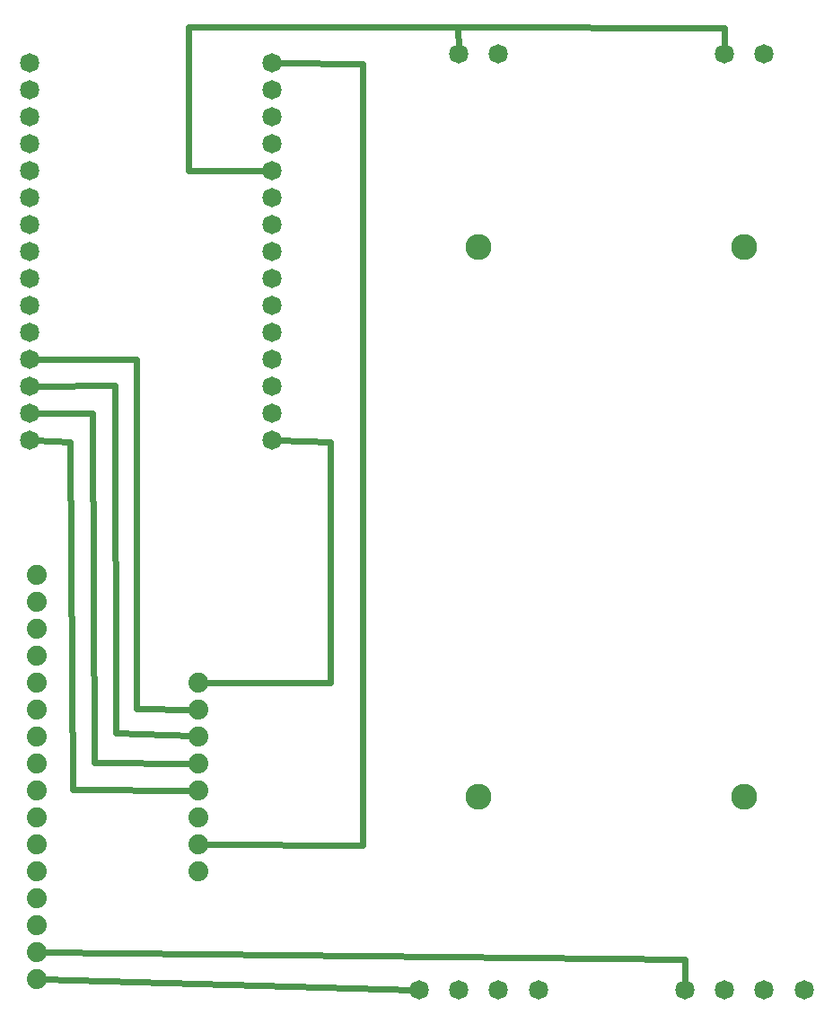
<source format=gtl>
G04 MADE WITH FRITZING*
G04 WWW.FRITZING.ORG*
G04 DOUBLE SIDED*
G04 HOLES PLATED*
G04 CONTOUR ON CENTER OF CONTOUR VECTOR*
%ASAXBY*%
%FSLAX23Y23*%
%MOIN*%
%OFA0B0*%
%SFA1.0B1.0*%
%ADD10C,0.071654*%
%ADD11C,0.096063*%
%ADD12C,0.074000*%
%ADD13C,0.024000*%
%LNCOPPER1*%
G90*
G70*
G54D10*
X373Y3628D03*
X373Y3528D03*
X373Y3428D03*
X373Y3328D03*
X373Y3228D03*
X373Y3128D03*
X373Y3028D03*
X373Y2928D03*
X373Y2828D03*
X373Y2728D03*
X373Y2628D03*
X373Y2528D03*
X373Y2428D03*
X373Y2328D03*
X373Y2228D03*
X1273Y3628D03*
X1273Y3528D03*
X1273Y3428D03*
X1273Y3328D03*
X1273Y3228D03*
X1273Y3128D03*
X1273Y3028D03*
X1273Y2928D03*
X1273Y2828D03*
X1273Y2728D03*
X1273Y2628D03*
X1273Y2528D03*
X1273Y2428D03*
X1273Y2328D03*
X1273Y2228D03*
X1819Y189D03*
X1967Y189D03*
X2115Y189D03*
X2262Y189D03*
X1967Y3662D03*
X2115Y3662D03*
G54D11*
X2041Y906D03*
X2041Y2945D03*
G54D10*
X2806Y190D03*
X2954Y190D03*
X3101Y190D03*
X3249Y190D03*
X2954Y3662D03*
X3101Y3662D03*
G54D11*
X3027Y906D03*
X3027Y2946D03*
G54D12*
X400Y230D03*
X400Y330D03*
X400Y430D03*
X400Y530D03*
X400Y630D03*
X400Y730D03*
X400Y830D03*
X400Y930D03*
X400Y1030D03*
X400Y1130D03*
X400Y1230D03*
X400Y1330D03*
X400Y1430D03*
X400Y1530D03*
X400Y1630D03*
X400Y1730D03*
X1000Y630D03*
X1000Y730D03*
X1000Y830D03*
X1000Y930D03*
X1000Y1030D03*
X1000Y1130D03*
X1000Y1230D03*
X1000Y1330D03*
G54D13*
X1491Y1330D02*
X1491Y2223D01*
D02*
X1491Y2223D02*
X1293Y2228D01*
D02*
X1020Y1330D02*
X1491Y1330D01*
D02*
X770Y1233D02*
X980Y1230D01*
D02*
X770Y2529D02*
X770Y1233D01*
D02*
X393Y2528D02*
X770Y2529D01*
D02*
X694Y1141D02*
X689Y2432D01*
D02*
X689Y2433D02*
X393Y2429D01*
D02*
X980Y1131D02*
X694Y1141D01*
D02*
X614Y1034D02*
X608Y2330D01*
D02*
X608Y2330D02*
X393Y2329D01*
D02*
X980Y1030D02*
X614Y1034D01*
D02*
X522Y2223D02*
X393Y2228D01*
D02*
X533Y931D02*
X522Y2223D01*
D02*
X980Y930D02*
X533Y931D01*
D02*
X420Y229D02*
X1799Y190D01*
D02*
X2806Y304D02*
X2806Y210D01*
D02*
X420Y330D02*
X2806Y304D01*
D02*
X1609Y3627D02*
X1293Y3628D01*
D02*
X1609Y727D02*
X1609Y3627D01*
D02*
X1020Y730D02*
X1609Y727D01*
D02*
X963Y3229D02*
X1253Y3228D01*
D02*
X963Y3761D02*
X963Y3229D01*
D02*
X1964Y3761D02*
X963Y3761D01*
D02*
X1966Y3682D02*
X1964Y3761D01*
D02*
X2953Y3759D02*
X2954Y3682D01*
D02*
X1964Y3761D02*
X2953Y3759D01*
D02*
X1966Y3682D02*
X1964Y3761D01*
G04 End of Copper1*
M02*
</source>
